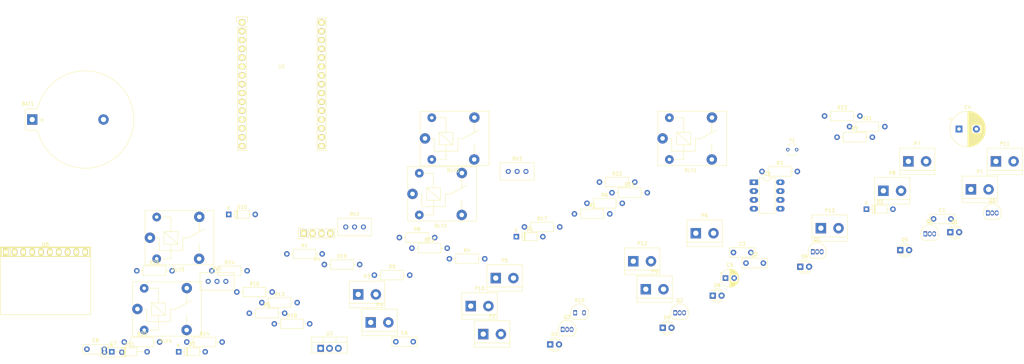
<source format=kicad_pcb>
(kicad_pcb (version 20171130) (host pcbnew 5.0.0-fee4fd1~66~ubuntu18.04.1)
  (layers (0 F.Cu signal) (31 B.Cu signal) (34 B.Paste user) (35 F.Paste user) (36 B.SilkS user) (37 F.SilkS user) (38 B.Mask user) (39 F.Mask user) (44 Edge.Cuts user))
  (net 0 "")
  (net 1 GND)
  (net 2 +3V3)
  (net 3 "Net-(C1-Pad1)")
  (net 4 "Net-(C2-Pad1)")
  (net 5 "Net-(C3-Pad1)")
  (net 6 +12V)
  (net 7 +5V)
  (net 8 "Net-(C7-Pad1)")
  (net 9 "Net-(C8-Pad1)")
  (net 10 "Net-(D1-Pad1)")
  (net 11 "Net-(D1-Pad2)")
  (net 12 "Net-(D2-Pad1)")
  (net 13 "Net-(D2-Pad2)")
  (net 14 "Net-(D5-Pad2)")
  (net 15 "Net-(D6-Pad2)")
  (net 16 "Net-(D6-Pad1)")
  (net 17 "Net-(D10-Pad2)")
  (net 18 "Net-(D8-Pad2)")
  (net 19 "Net-(D9-Pad2)")
  (net 20 "Net-(D11-Pad2)")
  (net 21 "Net-(P1-Pad1)")
  (net 22 "Net-(P1-Pad2)")
  (net 23 "Net-(P2-Pad2)")
  (net 24 "Net-(P3-Pad2)")
  (net 25 "Net-(P3-Pad1)")
  (net 26 "Net-(P4-Pad2)")
  (net 27 "Net-(P5-Pad2)")
  (net 28 "Net-(P5-Pad1)")
  (net 29 "Net-(P6-Pad2)")
  (net 30 "Net-(P7-Pad2)")
  (net 31 "Net-(P7-Pad1)")
  (net 32 "Net-(P8-Pad2)")
  (net 33 "Net-(P9-Pad1)")
  (net 34 "Net-(P10-Pad1)")
  (net 35 "Net-(P10-Pad2)")
  (net 36 "Net-(P11-Pad1)")
  (net 37 "Net-(P11-Pad2)")
  (net 38 "Net-(P12-Pad2)")
  (net 39 "Net-(P12-Pad1)")
  (net 40 "Net-(P13-Pad2)")
  (net 41 "Net-(P13-Pad1)")
  (net 42 VALV1)
  (net 43 RL1)
  (net 44 VALV2)
  (net 45 RL2)
  (net 46 VALV3)
  (net 47 SCL)
  (net 48 SDA)
  (net 49 LDR)
  (net 50 HUM1_IN)
  (net 51 HUM2_IN)
  (net 52 HUM3_IN)
  (net 53 DHT)
  (net 54 "Net-(U3-Pad1)")
  (net 55 "Net-(U3-Pad2)")
  (module Battery:BatteryHolder_Keystone_106_1x20mm (layer F.Cu) (at 142.24 -3.81)
    (fp_text reference BAT1 (at -1.25 -4.5) (layer F.SilkS))
    (fp_text value BAT)
    (fp_text user + (at 2.75 0) (layer F.SilkS) (effects (font (size 1.5 1.5))))
    (pad 2 thru_hole circle (at 20.49 0) (size 3 3) (drill 1.5) (layers *.Cu *.Mask) (net 1 GND))
    (pad 1 thru_hole rect (at 0 0) (size 3 3) (drill 1.5) (layers *.Cu *.Mask) (net 2 +3V3))
  )
  (module Capacitor_THT:C_Rect_L7.0mm_W2.5mm_P5.00mm (layer F.Cu) (at 401.379222 24.775001)
    (fp_text reference C1 (at 2.5 -2.5) (layer F.SilkS))
    (fp_text value 100n)
    (pad 1 thru_hole circle (at 0 0) (size 1.6 1.6) (drill 0.8) (layers *.Cu *.Mask) (net 3 "Net-(C1-Pad1)"))
    (pad 2 thru_hole circle (at 5 0) (size 1.6 1.6) (drill 0.8) (layers *.Cu *.Mask) (net 1 GND))
  )
  (module Capacitor_THT:C_Rect_L7.0mm_W2.5mm_P5.00mm (layer F.Cu) (at 347.452452 37.475001)
    (fp_text reference C2 (at 2.5 -2.5) (layer F.SilkS))
    (fp_text value 100n)
    (pad 1 thru_hole circle (at 0 0) (size 1.6 1.6) (drill 0.8) (layers *.Cu *.Mask) (net 4 "Net-(C2-Pad1)"))
    (pad 2 thru_hole circle (at 5 0) (size 1.6 1.6) (drill 0.8) (layers *.Cu *.Mask) (net 1 GND))
  )
  (module Capacitor_THT:C_Rect_L7.0mm_W2.5mm_P5.00mm (layer F.Cu) (at 343.857334 34.425001)
    (fp_text reference C3 (at 2.5 -2.5) (layer F.SilkS))
    (fp_text value 100n)
    (pad 2 thru_hole circle (at 5 0) (size 1.6 1.6) (drill 0.8) (layers *.Cu *.Mask) (net 1 GND))
    (pad 1 thru_hole circle (at 0 0) (size 1.6 1.6) (drill 0.8) (layers *.Cu *.Mask) (net 5 "Net-(C3-Pad1)"))
  )
  (module Capacitor_THT:CP_Radial_D10.0mm_P5.00mm (layer F.Cu) (at 408.701781 -1.074999)
    (fp_text reference C4 (at 2.5 -6.25) (layer F.SilkS))
    (fp_text value 100u)
    (pad 1 thru_hole rect (at 0 0) (size 2 2) (drill 1) (layers *.Cu *.Mask) (net 6 +12V))
    (pad 2 thru_hole circle (at 5 0) (size 2 2) (drill 1) (layers *.Cu *.Mask) (net 1 GND))
  )
  (module Capacitor_THT:CP_Radial_D5.0mm_P2.50mm (layer F.Cu) (at 341.557104 41.775001)
    (fp_text reference C5 (at 1.25 -3.75) (layer F.SilkS))
    (fp_text value 10u)
    (pad 1 thru_hole rect (at 0 0) (size 1.6 1.6) (drill 0.8) (layers *.Cu *.Mask) (net 7 +5V))
    (pad 2 thru_hole circle (at 2.5 0) (size 1.6 1.6) (drill 0.8) (layers *.Cu *.Mask) (net 1 GND))
  )
  (module Capacitor_THT:C_Rect_L7.0mm_W2.5mm_P5.00mm (layer F.Cu) (at 246.789148 60.075001)
    (fp_text reference C6 (at 2.5 -2.5) (layer F.SilkS))
    (fp_text value 100n)
    (pad 2 thru_hole circle (at 5 0) (size 1.6 1.6) (drill 0.8) (layers *.Cu *.Mask) (net 1 GND))
    (pad 1 thru_hole circle (at 0 0) (size 1.6 1.6) (drill 0.8) (layers *.Cu *.Mask) (net 7 +5V))
  )
  (module LED_THT:LED_D3.0mm_Clear (layer F.Cu) (at 406.19934 28.575001)
    (fp_text reference D1 (at 1.27 -2.96) (layer F.SilkS))
    (fp_text value 3mm)
    (pad 1 thru_hole rect (at 0 0) (size 1.8 1.8) (drill 0.9) (layers *.Cu *.Mask) (net 10 "Net-(D1-Pad1)"))
    (pad 2 thru_hole circle (at 2.54 0) (size 1.8 1.8) (drill 0.9) (layers *.Cu *.Mask) (net 11 "Net-(D1-Pad2)"))
  )
  (module LED_THT:LED_D3.0mm_Clear (layer F.Cu) (at 291.155564 60.855001)
    (fp_text reference D2 (at 1.27 -2.96) (layer F.SilkS))
    (fp_text value 3mm)
    (pad 1 thru_hole rect (at 0 0) (size 1.8 1.8) (drill 0.9) (layers *.Cu *.Mask) (net 12 "Net-(D2-Pad1)"))
    (pad 2 thru_hole circle (at 2.54 0) (size 1.8 1.8) (drill 0.9) (layers *.Cu *.Mask) (net 13 "Net-(D2-Pad2)"))
  )
  (module Diode_THT:D_DO-35_SOD27_P7.62mm_Horizontal (layer F.Cu) (at 382.093632 21.975001)
    (fp_text reference D3 (at 3.81 -2.12) (layer F.SilkS))
    (fp_text value 1N4001)
    (fp_text user K (at 0 -1.8) (layer F.SilkS))
    (pad 2 thru_hole oval (at 7.62 0) (size 1.6 1.6) (drill 0.8) (layers *.Cu *.Mask) (net 10 "Net-(D1-Pad1)"))
    (pad 1 thru_hole rect (at 0 0) (size 1.6 1.6) (drill 0.8) (layers *.Cu *.Mask) (net 6 +12V))
  )
  (module Diode_THT:D_DO-35_SOD27_P7.62mm_Horizontal (layer F.Cu) (at 281.430328 29.875001)
    (fp_text reference D4 (at 3.81 -2.12) (layer F.SilkS))
    (fp_text value 1N4001)
    (fp_text user K (at 0 -1.8) (layer F.SilkS))
    (pad 1 thru_hole rect (at 0 0) (size 1.6 1.6) (drill 0.8) (layers *.Cu *.Mask) (net 6 +12V))
    (pad 2 thru_hole oval (at 7.62 0) (size 1.6 1.6) (drill 0.8) (layers *.Cu *.Mask) (net 12 "Net-(D2-Pad1)"))
  )
  (module LED_THT:LED_D3.0mm (layer F.Cu) (at 391.818868 33.725001)
    (fp_text reference D5 (at 1.27 -2.96) (layer F.SilkS))
    (fp_text value PWR_LED)
    (pad 1 thru_hole rect (at 0 0) (size 1.8 1.8) (drill 0.9) (layers *.Cu *.Mask) (net 1 GND))
    (pad 2 thru_hole circle (at 2.54 0) (size 1.8 1.8) (drill 0.9) (layers *.Cu *.Mask) (net 14 "Net-(D5-Pad2)"))
  )
  (module LED_THT:LED_D3.0mm_Clear (layer F.Cu) (at 363.057924 38.515001)
    (fp_text reference D6 (at 1.27 -2.96) (layer F.SilkS))
    (fp_text value 3mm)
    (pad 2 thru_hole circle (at 2.54 0) (size 1.8 1.8) (drill 0.9) (layers *.Cu *.Mask) (net 15 "Net-(D6-Pad2)"))
    (pad 1 thru_hole rect (at 0 0) (size 1.8 1.8) (drill 0.9) (layers *.Cu *.Mask) (net 16 "Net-(D6-Pad1)"))
  )
  (module Diode_THT:D_DO-35_SOD27_P7.62mm_Horizontal (layer F.Cu) (at 184.362142 62.965001)
    (fp_text reference D7 (at 3.81 -2.12) (layer F.SilkS))
    (fp_text value 1N4001)
    (fp_text user K (at 0 -1.8) (layer F.SilkS))
    (pad 1 thru_hole rect (at 0 0) (size 1.6 1.6) (drill 0.8) (layers *.Cu *.Mask) (net 6 +12V))
    (pad 2 thru_hole oval (at 7.62 0) (size 1.6 1.6) (drill 0.8) (layers *.Cu *.Mask) (net 16 "Net-(D6-Pad1)"))
  )
  (module LED_THT:LED_D3.0mm_Clear (layer F.Cu) (at 337.892098 46.825001)
    (fp_text reference D8 (at 1.27 -2.96) (layer F.SilkS))
    (fp_text value 3mm)
    (pad 1 thru_hole rect (at 0 0) (size 1.8 1.8) (drill 0.9) (layers *.Cu *.Mask) (net 17 "Net-(D10-Pad2)"))
    (pad 2 thru_hole circle (at 2.54 0) (size 1.8 1.8) (drill 0.9) (layers *.Cu *.Mask) (net 18 "Net-(D8-Pad2)"))
  )
  (module LED_THT:LED_D3.0mm_Clear (layer F.Cu) (at 323.511626 56.065001)
    (fp_text reference D9 (at 1.27 -2.96) (layer F.SilkS))
    (fp_text value 3mm)
    (pad 2 thru_hole circle (at 2.54 0) (size 1.8 1.8) (drill 0.9) (layers *.Cu *.Mask) (net 19 "Net-(D9-Pad2)"))
    (pad 1 thru_hole rect (at 0 0) (size 1.8 1.8) (drill 0.9) (layers *.Cu *.Mask) (net 20 "Net-(D11-Pad2)"))
  )
  (module Diode_THT:D_DO-35_SOD27_P7.62mm_Horizontal (layer F.Cu) (at 198.742614 23.475001)
    (fp_text reference D10 (at 3.81 -2.12) (layer F.SilkS))
    (fp_text value 1N4001)
    (fp_text user K (at 0 -1.8) (layer F.SilkS))
    (pad 2 thru_hole oval (at 7.62 0) (size 1.6 1.6) (drill 0.8) (layers *.Cu *.Mask) (net 17 "Net-(D10-Pad2)"))
    (pad 1 thru_hole rect (at 0 0) (size 1.6 1.6) (drill 0.8) (layers *.Cu *.Mask) (net 6 +12V))
  )
  (module Diode_THT:D_DO-35_SOD27_P10.16mm_Horizontal (layer F.Cu) (at 165.116552 62.965001)
    (fp_text reference D11 (at 5.08 -2.12) (layer F.SilkS))
    (fp_text value 1N4001)
    (fp_text user K (at 0 -1.8) (layer F.SilkS))
    (pad 1 thru_hole rect (at 0 0) (size 1.6 1.6) (drill 0.8) (layers *.Cu *.Mask) (net 6 +12V))
    (pad 2 thru_hole oval (at 10.16 0) (size 1.6 1.6) (drill 0.8) (layers *.Cu *.Mask) (net 20 "Net-(D11-Pad2)"))
  )
  (module TerminalBlock:TerminalBlock_bornier-2_P5.08mm (layer F.Cu) (at 412.124576 16.275001)
    (fp_text reference P1 (at 2.54 -5.08) (layer F.SilkS))
    (fp_text value EXT_V1)
    (pad 1 thru_hole rect (at 0 0) (size 3 3) (drill 1.52) (layers *.Cu *.Mask) (net 21 "Net-(P1-Pad1)"))
    (pad 2 thru_hole circle (at 5.08 0) (size 3 3) (drill 1.52) (layers *.Cu *.Mask) (net 22 "Net-(P1-Pad2)"))
  )
  (module TerminalBlock:TerminalBlock_bornier-2_P5.08mm (layer F.Cu) (at 271.914974 57.875001)
    (fp_text reference P2 (at 2.54 -5.08) (layer F.SilkS))
    (fp_text value VALV_1)
    (pad 2 thru_hole circle (at 5.08 0) (size 3 3) (drill 1.52) (layers *.Cu *.Mask) (net 23 "Net-(P2-Pad2)"))
    (pad 1 thru_hole rect (at 0 0) (size 3 3) (drill 1.52) (layers *.Cu *.Mask) (net 22 "Net-(P1-Pad2)"))
  )
  (module TerminalBlock:TerminalBlock_bornier-2_P5.08mm (layer F.Cu) (at 235.963794 46.475001)
    (fp_text reference P3 (at 2.54 -5.08) (layer F.SilkS))
    (fp_text value EXT_RL1)
    (pad 2 thru_hole circle (at 5.08 0) (size 3 3) (drill 1.52) (layers *.Cu *.Mask) (net 24 "Net-(P3-Pad2)"))
    (pad 1 thru_hole rect (at 0 0) (size 3 3) (drill 1.52) (layers *.Cu *.Mask) (net 25 "Net-(P3-Pad1)"))
  )
  (module TerminalBlock:TerminalBlock_bornier-2_P5.08mm (layer F.Cu) (at 239.558912 54.525001)
    (fp_text reference P4 (at 2.54 -5.08) (layer F.SilkS))
    (fp_text value RL_1)
    (pad 1 thru_hole rect (at 0 0) (size 3 3) (drill 1.52) (layers *.Cu *.Mask) (net 24 "Net-(P3-Pad2)"))
    (pad 2 thru_hole circle (at 5.08 0) (size 3 3) (drill 1.52) (layers *.Cu *.Mask) (net 26 "Net-(P4-Pad2)"))
  )
  (module TerminalBlock:TerminalBlock_bornier-2_P5.08mm (layer F.Cu) (at 275.510092 41.775001)
    (fp_text reference P5 (at 2.54 -5.08) (layer F.SilkS))
    (fp_text value EXT_V2)
    (pad 2 thru_hole circle (at 5.08 0) (size 3 3) (drill 1.52) (layers *.Cu *.Mask) (net 27 "Net-(P5-Pad2)"))
    (pad 1 thru_hole rect (at 0 0) (size 3 3) (drill 1.52) (layers *.Cu *.Mask) (net 28 "Net-(P5-Pad1)"))
  )
  (module TerminalBlock:TerminalBlock_bornier-2_P5.08mm (layer F.Cu) (at 333.03198 28.875001)
    (fp_text reference P6 (at 2.54 -5.08) (layer F.SilkS))
    (fp_text value VALV_2)
    (pad 1 thru_hole rect (at 0 0) (size 3 3) (drill 1.52) (layers *.Cu *.Mask) (net 27 "Net-(P5-Pad2)"))
    (pad 2 thru_hole circle (at 5.08 0) (size 3 3) (drill 1.52) (layers *.Cu *.Mask) (net 29 "Net-(P6-Pad2)"))
  )
  (module TerminalBlock:TerminalBlock_bornier-2_P5.08mm (layer F.Cu) (at 394.148986 8.225001)
    (fp_text reference P7 (at 2.54 -5.08) (layer F.SilkS))
    (fp_text value EXT_RL2)
    (pad 2 thru_hole circle (at 5.08 0) (size 3 3) (drill 1.52) (layers *.Cu *.Mask) (net 30 "Net-(P7-Pad2)"))
    (pad 1 thru_hole rect (at 0 0) (size 3 3) (drill 1.52) (layers *.Cu *.Mask) (net 31 "Net-(P7-Pad1)"))
  )
  (module TerminalBlock:TerminalBlock_bornier-2_P5.08mm (layer F.Cu) (at 386.95875 16.675001)
    (fp_text reference P8 (at 2.54 -5.08) (layer F.SilkS))
    (fp_text value RL_2)
    (pad 1 thru_hole rect (at 0 0) (size 3 3) (drill 1.52) (layers *.Cu *.Mask) (net 30 "Net-(P7-Pad2)"))
    (pad 2 thru_hole circle (at 5.08 0) (size 3 3) (drill 1.52) (layers *.Cu *.Mask) (net 32 "Net-(P8-Pad2)"))
  )
  (module TerminalBlock:TerminalBlock_bornier-2_P5.08mm (layer F.Cu) (at 318.651508 44.975001)
    (fp_text reference P9 (at 2.54 -5.08) (layer F.SilkS))
    (fp_text value EXT_V3)
    (pad 1 thru_hole rect (at 0 0) (size 3 3) (drill 1.52) (layers *.Cu *.Mask) (net 33 "Net-(P9-Pad1)"))
    (pad 2 thru_hole circle (at 5.08 0) (size 3 3) (drill 1.52) (layers *.Cu *.Mask) (net 34 "Net-(P10-Pad1)"))
  )
  (module TerminalBlock:TerminalBlock_bornier-2_P5.08mm (layer F.Cu) (at 268.319856 49.825001)
    (fp_text reference P10 (at 2.54 -5.08) (layer F.SilkS))
    (fp_text value VALV_3)
    (pad 1 thru_hole rect (at 0 0) (size 3 3) (drill 1.52) (layers *.Cu *.Mask) (net 34 "Net-(P10-Pad1)"))
    (pad 2 thru_hole circle (at 5.08 0) (size 3 3) (drill 1.52) (layers *.Cu *.Mask) (net 35 "Net-(P10-Pad2)"))
  )
  (module TerminalBlock:TerminalBlock_bornier-2_P5.08mm (layer F.Cu) (at 419.314812 8.225001)
    (fp_text reference P11 (at 2.54 -5.08) (layer F.SilkS))
    (fp_text value HUM1_SENSOR)
    (pad 1 thru_hole rect (at 0 0) (size 3 3) (drill 1.52) (layers *.Cu *.Mask) (net 36 "Net-(P11-Pad1)"))
    (pad 2 thru_hole circle (at 5.08 0) (size 3 3) (drill 1.52) (layers *.Cu *.Mask) (net 37 "Net-(P11-Pad2)"))
  )
  (module TerminalBlock:TerminalBlock_bornier-2_P5.08mm (layer F.Cu) (at 315.05639 36.925001)
    (fp_text reference P12 (at 2.54 -5.08) (layer F.SilkS))
    (fp_text value HUM2_SENSOR)
    (pad 2 thru_hole circle (at 5.08 0) (size 3 3) (drill 1.52) (layers *.Cu *.Mask) (net 38 "Net-(P12-Pad2)"))
    (pad 1 thru_hole rect (at 0 0) (size 3 3) (drill 1.52) (layers *.Cu *.Mask) (net 39 "Net-(P12-Pad1)"))
  )
  (module TerminalBlock:TerminalBlock_bornier-2_P5.08mm (layer F.Cu) (at 368.98316 27.425001)
    (fp_text reference P13 (at 2.54 -5.08) (layer F.SilkS))
    (fp_text value HUM2_SENSOR)
    (pad 2 thru_hole circle (at 5.08 0) (size 3 3) (drill 1.52) (layers *.Cu *.Mask) (net 40 "Net-(P13-Pad2)"))
    (pad 1 thru_hole rect (at 0 0) (size 3 3) (drill 1.52) (layers *.Cu *.Mask) (net 41 "Net-(P13-Pad1)"))
  )
  (module Package_TO_SOT_THT:TO-92_Inline (layer F.Cu) (at 366.658042 34.205001)
    (fp_text reference Q1 (at 1.27 -3.56) (layer F.SilkS))
    (fp_text value BC546)
    (pad 1 thru_hole rect (at 0 0) (size 1.05 1.5) (drill 0.75) (layers *.Cu *.Mask) (net 10 "Net-(D1-Pad1)"))
    (pad 3 thru_hole oval (at 2.54 0) (size 1.05 1.5) (drill 0.75) (layers *.Cu *.Mask) (net 1 GND))
    (pad 2 thru_hole oval (at 1.27 0) (size 1.05 1.5) (drill 0.75) (layers *.Cu *.Mask) (net 3 "Net-(C1-Pad1)"))
  )
  (module Package_TO_SOT_THT:TO-92_Inline (layer F.Cu) (at 327.111744 51.755001)
    (fp_text reference Q2 (at 1.27 -3.56) (layer F.SilkS))
    (fp_text value BC546)
    (pad 2 thru_hole oval (at 1.27 0) (size 1.05 1.5) (drill 0.75) (layers *.Cu *.Mask) (net 4 "Net-(C2-Pad1)"))
    (pad 3 thru_hole oval (at 2.54 0) (size 1.05 1.5) (drill 0.75) (layers *.Cu *.Mask) (net 1 GND))
    (pad 1 thru_hole rect (at 0 0) (size 1.05 1.5) (drill 0.75) (layers *.Cu *.Mask) (net 12 "Net-(D2-Pad1)"))
  )
  (module Package_TO_SOT_THT:TO-92_Inline (layer F.Cu) (at 294.755682 56.545001)
    (fp_text reference Q3 (at 1.27 -3.56) (layer F.SilkS))
    (fp_text value BC546)
    (pad 2 thru_hole oval (at 1.27 0) (size 1.05 1.5) (drill 0.75) (layers *.Cu *.Mask) (net 5 "Net-(C3-Pad1)"))
    (pad 3 thru_hole oval (at 2.54 0) (size 1.05 1.5) (drill 0.75) (layers *.Cu *.Mask) (net 1 GND))
    (pad 1 thru_hole rect (at 0 0) (size 1.05 1.5) (drill 0.75) (layers *.Cu *.Mask) (net 16 "Net-(D6-Pad1)"))
  )
  (module Package_TO_SOT_THT:TO-92_Inline (layer F.Cu) (at 399.014104 29.055001)
    (fp_text reference Q4 (at 1.27 -3.56) (layer F.SilkS))
    (fp_text value BC546)
    (pad 1 thru_hole rect (at 0 0) (size 1.05 1.5) (drill 0.75) (layers *.Cu *.Mask) (net 17 "Net-(D10-Pad2)"))
    (pad 3 thru_hole oval (at 2.54 0) (size 1.05 1.5) (drill 0.75) (layers *.Cu *.Mask) (net 1 GND))
    (pad 2 thru_hole oval (at 1.27 0) (size 1.05 1.5) (drill 0.75) (layers *.Cu *.Mask) (net 8 "Net-(C7-Pad1)"))
  )
  (module Package_TO_SOT_THT:TO-92_Inline (layer F.Cu) (at 416.989694 23.055001)
    (fp_text reference Q5 (at 1.27 -3.56) (layer F.SilkS))
    (fp_text value BC546)
    (pad 2 thru_hole oval (at 1.27 0) (size 1.05 1.5) (drill 0.75) (layers *.Cu *.Mask) (net 9 "Net-(C8-Pad1)"))
    (pad 3 thru_hole oval (at 2.54 0) (size 1.05 1.5) (drill 0.75) (layers *.Cu *.Mask) (net 1 GND))
    (pad 1 thru_hole rect (at 0 0) (size 1.05 1.5) (drill 0.75) (layers *.Cu *.Mask) (net 20 "Net-(D11-Pad2)"))
  )
  (module Resistor_THT:R_Axial_DIN0207_L6.3mm_D2.5mm_P10.16mm_Horizontal (layer F.Cu) (at 215.448204 34.825001)
    (fp_text reference R1 (at 5.08 -2.37) (layer F.SilkS))
    (fp_text value 1k)
    (pad 2 thru_hole oval (at 10.16 0) (size 1.6 1.6) (drill 0.8) (layers *.Cu *.Mask) (net 42 VALV1))
    (pad 1 thru_hole circle (at 0 0) (size 1.6 1.6) (drill 0.8) (layers *.Cu *.Mask) (net 3 "Net-(C1-Pad1)"))
  )
  (module Resistor_THT:R_Axial_DIN0207_L6.3mm_D2.5mm_P10.16mm_Horizontal (layer F.Cu) (at 298.135918 23.325001)
    (fp_text reference R2 (at 5.08 -2.37) (layer F.SilkS))
    (fp_text value 1k)
    (pad 1 thru_hole circle (at 0 0) (size 1.6 1.6) (drill 0.8) (layers *.Cu *.Mask) (net 4 "Net-(C2-Pad1)"))
    (pad 2 thru_hole oval (at 10.16 0) (size 1.6 1.6) (drill 0.8) (layers *.Cu *.Mask) (net 43 RL1))
  )
  (module Resistor_THT:R_Axial_DIN0207_L6.3mm_D2.5mm_P10.16mm_Horizontal (layer F.Cu) (at 352.062688 11.125001)
    (fp_text reference R3 (at 5.08 -2.37) (layer F.SilkS))
    (fp_text value 2k7)
    (pad 1 thru_hole circle (at 0 0) (size 1.6 1.6) (drill 0.8) (layers *.Cu *.Mask) (net 6 +12V))
    (pad 2 thru_hole oval (at 10.16 0) (size 1.6 1.6) (drill 0.8) (layers *.Cu *.Mask) (net 11 "Net-(D1-Pad2)"))
  )
  (module Resistor_THT:R_Axial_DIN0207_L6.3mm_D2.5mm_P10.16mm_Horizontal (layer F.Cu) (at 262.184738 36.225001)
    (fp_text reference R4 (at 5.08 -2.37) (layer F.SilkS))
    (fp_text value 2k7)
    (pad 1 thru_hole circle (at 0 0) (size 1.6 1.6) (drill 0.8) (layers *.Cu *.Mask) (net 6 +12V))
    (pad 2 thru_hole oval (at 10.16 0) (size 1.6 1.6) (drill 0.8) (layers *.Cu *.Mask) (net 13 "Net-(D2-Pad2)"))
  )
  (module Resistor_THT:R_Axial_DIN0207_L6.3mm_D2.5mm_P10.16mm_Horizontal (layer F.Cu) (at 204.66285 51.875001)
    (fp_text reference R5 (at 5.08 -2.37) (layer F.SilkS))
    (fp_text value 1k)
    (pad 2 thru_hole oval (at 10.16 0) (size 1.6 1.6) (drill 0.8) (layers *.Cu *.Mask) (net 44 VALV2))
    (pad 1 thru_hole circle (at 0 0) (size 1.6 1.6) (drill 0.8) (layers *.Cu *.Mask) (net 5 "Net-(C3-Pad1)"))
  )
  (module Resistor_THT:R_Axial_DIN0207_L6.3mm_D2.5mm_P10.16mm_Horizontal (layer F.Cu) (at 301.731036 20.275001)
    (fp_text reference R6 (at 5.08 -2.37) (layer F.SilkS))
    (fp_text value 1k)
    (pad 1 thru_hole circle (at 0 0) (size 1.6 1.6) (drill 0.8) (layers *.Cu *.Mask) (net 6 +12V))
    (pad 2 thru_hole oval (at 10.16 0) (size 1.6 1.6) (drill 0.8) (layers *.Cu *.Mask) (net 14 "Net-(D5-Pad2)"))
  )
  (module Resistor_THT:R_Axial_DIN0207_L6.3mm_D2.5mm_P10.16mm_Horizontal (layer F.Cu) (at 373.633396 1.275001)
    (fp_text reference R7 (at 5.08 -2.37) (layer F.SilkS))
    (fp_text value 2k7)
    (pad 2 thru_hole oval (at 10.16 0) (size 1.6 1.6) (drill 0.8) (layers *.Cu *.Mask) (net 15 "Net-(D6-Pad2)"))
    (pad 1 thru_hole circle (at 0 0) (size 1.6 1.6) (drill 0.8) (layers *.Cu *.Mask) (net 6 +12V))
  )
  (module Resistor_THT:R_Axial_DIN0207_L6.3mm_D2.5mm_P10.16mm_Horizontal (layer F.Cu) (at 247.804266 30.125001)
    (fp_text reference R8 (at 5.08 -2.37) (layer F.SilkS))
    (fp_text value 1k)
    (pad 1 thru_hole circle (at 0 0) (size 1.6 1.6) (drill 0.8) (layers *.Cu *.Mask) (net 8 "Net-(C7-Pad1)"))
    (pad 2 thru_hole oval (at 10.16 0) (size 1.6 1.6) (drill 0.8) (layers *.Cu *.Mask) (net 45 RL2))
  )
  (module Resistor_THT:R_Axial_DIN0207_L6.3mm_D2.5mm_P10.16mm_Horizontal (layer F.Cu) (at 240.61403 40.925001)
    (fp_text reference R9 (at 5.08 -2.37) (layer F.SilkS))
    (fp_text value 1k)
    (pad 2 thru_hole oval (at 10.16 0) (size 1.6 1.6) (drill 0.8) (layers *.Cu *.Mask) (net 46 VALV3))
    (pad 1 thru_hole circle (at 0 0) (size 1.6 1.6) (drill 0.8) (layers *.Cu *.Mask) (net 9 "Net-(C8-Pad1)"))
  )
  (module Resistor_THT:R_Axial_DIN0207_L6.3mm_D2.5mm_P10.16mm_Horizontal (layer F.Cu) (at 226.233558 37.875001)
    (fp_text reference R10 (at 5.08 -2.37) (layer F.SilkS))
    (fp_text value 2k7)
    (pad 2 thru_hole oval (at 10.16 0) (size 1.6 1.6) (drill 0.8) (layers *.Cu *.Mask) (net 18 "Net-(D8-Pad2)"))
    (pad 1 thru_hole circle (at 0 0) (size 1.6 1.6) (drill 0.8) (layers *.Cu *.Mask) (net 6 +12V))
  )
  (module Resistor_THT:R_Axial_DIN0207_L6.3mm_D2.5mm_P10.16mm_Horizontal (layer F.Cu) (at 308.921272 17.225001)
    (fp_text reference R11 (at 5.08 -2.37) (layer F.SilkS))
    (fp_text value 2k7)
    (pad 1 thru_hole circle (at 0 0) (size 1.6 1.6) (drill 0.8) (layers *.Cu *.Mask) (net 6 +12V))
    (pad 2 thru_hole oval (at 10.16 0) (size 1.6 1.6) (drill 0.8) (layers *.Cu *.Mask) (net 19 "Net-(D9-Pad2)"))
  )
  (module Resistor_THT:R_Axial_DIN0207_L6.3mm_D2.5mm_P10.16mm_Horizontal (layer F.Cu) (at 251.399384 33.175001)
    (fp_text reference R12 (at 5.08 -2.37) (layer F.SilkS))
    (fp_text value 1k)
    (pad 2 thru_hole oval (at 10.16 0) (size 1.6 1.6) (drill 0.8) (layers *.Cu *.Mask) (net 47 SCL))
    (pad 1 thru_hole circle (at 0 0) (size 1.6 1.6) (drill 0.8) (layers *.Cu *.Mask) (net 2 +3V3))
  )
  (module Resistor_THT:R_Axial_DIN0207_L6.3mm_D2.5mm_P10.16mm_Horizontal (layer F.Cu) (at 208.257968 48.825001)
    (fp_text reference R13 (at 5.08 -2.37) (layer F.SilkS))
    (fp_text value 1k)
    (pad 1 thru_hole circle (at 0 0) (size 1.6 1.6) (drill 0.8) (layers *.Cu *.Mask) (net 2 +3V3))
    (pad 2 thru_hole oval (at 10.16 0) (size 1.6 1.6) (drill 0.8) (layers *.Cu *.Mask) (net 48 SDA))
  )
  (module Resistor_THT:R_Axial_DIN0207_L6.3mm_D2.5mm_P10.16mm_Horizontal (layer F.Cu) (at 186.68726 60.165001)
    (fp_text reference R14 (at 5.08 -2.37) (layer F.SilkS))
    (fp_text value 20k)
    (pad 2 thru_hole oval (at 10.16 0) (size 1.6 1.6) (drill 0.8) (layers *.Cu *.Mask) (net 49 LDR))
    (pad 1 thru_hole circle (at 0 0) (size 1.6 1.6) (drill 0.8) (layers *.Cu *.Mask) (net 2 +3V3))
  )
  (module Package_TO_SOT_THT:TO-92-2 (layer F.Cu) (at 298.3508 51.755001)
    (fp_text reference R15 (at 1.27 -3.56) (layer F.SilkS))
    (fp_text value LDR)
    (pad 2 thru_hole oval (at 2.54 0) (size 1.05 1.5) (drill 0.75) (layers *.Cu *.Mask) (net 1 GND))
    (pad 1 thru_hole rect (at 0 0) (size 1.05 1.5) (drill 0.75) (layers *.Cu *.Mask) (net 49 LDR))
  )
  (module Resistor_THT:R_Axial_DIN0207_L6.3mm_D2.5mm_P10.16mm_Horizontal (layer F.Cu) (at 201.067732 45.775001)
    (fp_text reference R16 (at 5.08 -2.37) (layer F.SilkS))
    (fp_text value 100k)
    (pad 2 thru_hole oval (at 10.16 0) (size 1.6 1.6) (drill 0.8) (layers *.Cu *.Mask) (net 50 HUM1_IN))
    (pad 1 thru_hole circle (at 0 0) (size 1.6 1.6) (drill 0.8) (layers *.Cu *.Mask) (net 1 GND))
  )
  (module Resistor_THT:R_Axial_DIN0207_L6.3mm_D2.5mm_P10.16mm_Horizontal (layer F.Cu) (at 283.755446 27.075001)
    (fp_text reference R17 (at 5.08 -2.37) (layer F.SilkS))
    (fp_text value 1k)
    (pad 1 thru_hole circle (at 0 0) (size 1.6 1.6) (drill 0.8) (layers *.Cu *.Mask) (net 37 "Net-(P11-Pad2)"))
    (pad 2 thru_hole oval (at 10.16 0) (size 1.6 1.6) (drill 0.8) (layers *.Cu *.Mask) (net 50 HUM1_IN))
  )
  (module Resistor_THT:R_Axial_DIN0207_L6.3mm_D2.5mm_P10.16mm_Horizontal (layer F.Cu) (at 211.853086 54.925001)
    (fp_text reference R18 (at 5.08 -2.37) (layer F.SilkS))
    (fp_text value 1k)
    (pad 1 thru_hole circle (at 0 0) (size 1.6 1.6) (drill 0.8) (layers *.Cu *.Mask) (net 36 "Net-(P11-Pad1)"))
    (pad 2 thru_hole oval (at 10.16 0) (size 1.6 1.6) (drill 0.8) (layers *.Cu *.Mask) (net 2 +3V3))
  )
  (module Resistor_THT:R_Axial_DIN0207_L6.3mm_D2.5mm_P10.16mm_Horizontal (layer F.Cu) (at 168.71167 60.165001)
    (fp_text reference R20 (at 5.08 -2.37) (layer F.SilkS))
    (fp_text value 100k)
    (pad 2 thru_hole oval (at 10.16 0) (size 1.6 1.6) (drill 0.8) (layers *.Cu *.Mask) (net 51 HUM2_IN))
    (pad 1 thru_hole circle (at 0 0) (size 1.6 1.6) (drill 0.8) (layers *.Cu *.Mask) (net 1 GND))
  )
  (module Resistor_THT:R_Axial_DIN0207_L6.3mm_D2.5mm_P10.16mm_Horizontal (layer F.Cu) (at 377.228514 -1.774999)
    (fp_text reference R21 (at 5.08 -2.37) (layer F.SilkS))
    (fp_text value 100k)
    (pad 1 thru_hole circle (at 0 0) (size 1.6 1.6) (drill 0.8) (layers *.Cu *.Mask) (net 1 GND))
    (pad 2 thru_hole oval (at 10.16 0) (size 1.6 1.6) (drill 0.8) (layers *.Cu *.Mask) (net 52 HUM3_IN))
  )
  (module Resistor_THT:R_Axial_DIN0207_L6.3mm_D2.5mm_P10.16mm_Horizontal (layer F.Cu) (at 305.326154 14.175001)
    (fp_text reference R22 (at 5.08 -2.37) (layer F.SilkS))
    (fp_text value 1k)
    (pad 1 thru_hole circle (at 0 0) (size 1.6 1.6) (drill 0.8) (layers *.Cu *.Mask) (net 38 "Net-(P12-Pad2)"))
    (pad 2 thru_hole oval (at 10.16 0) (size 1.6 1.6) (drill 0.8) (layers *.Cu *.Mask) (net 51 HUM2_IN))
  )
  (module Resistor_THT:R_Axial_DIN0207_L6.3mm_D2.5mm_P10.16mm_Horizontal (layer F.Cu) (at 370.038278 -4.824999)
    (fp_text reference R23 (at 5.08 -2.37) (layer F.SilkS))
    (fp_text value 1k)
    (pad 2 thru_hole oval (at 10.16 0) (size 1.6 1.6) (drill 0.8) (layers *.Cu *.Mask) (net 52 HUM3_IN))
    (pad 1 thru_hole circle (at 0 0) (size 1.6 1.6) (drill 0.8) (layers *.Cu *.Mask) (net 40 "Net-(P13-Pad2)"))
  )
  (module Resistor_THT:R_Axial_DIN0207_L6.3mm_D2.5mm_P10.16mm_Horizontal (layer F.Cu) (at 193.877496 39.675001)
    (fp_text reference R24 (at 5.08 -2.37) (layer F.SilkS))
    (fp_text value 1k)
    (pad 1 thru_hole circle (at 0 0) (size 1.6 1.6) (drill 0.8) (layers *.Cu *.Mask) (net 39 "Net-(P12-Pad1)"))
    (pad 2 thru_hole oval (at 10.16 0) (size 1.6 1.6) (drill 0.8) (layers *.Cu *.Mask) (net 2 +3V3))
  )
  (module Resistor_THT:R_Axial_DIN0207_L6.3mm_D2.5mm_P10.16mm_Horizontal (layer F.Cu) (at 172.306788 39.675001)
    (fp_text reference R26 (at 5.08 -2.37) (layer F.SilkS))
    (fp_text value 1k)
    (pad 2 thru_hole oval (at 10.16 0) (size 1.6 1.6) (drill 0.8) (layers *.Cu *.Mask) (net 2 +3V3))
    (pad 1 thru_hole circle (at 0 0) (size 1.6 1.6) (drill 0.8) (layers *.Cu *.Mask) (net 41 "Net-(P13-Pad1)"))
  )
  (module Relay_THT:Relay_SPDT_SANYOU_SRD_Series_Form_C (layer F.Cu) (at 323.476862 1.625001)
    (fp_text reference RLY1 (at 8.1 9.2) (layer F.SilkS))
    (fp_text value RELAY_HJR-3FF_Z)
    (pad 1 thru_hole circle (at 0 0 90) (size 3 3) (drill 1.3) (layers *.Cu *.Mask) (net 23 "Net-(P2-Pad2)"))
    (pad 5 thru_hole circle (at 1.95 -5.95 90) (size 2.5 2.5) (drill 1) (layers *.Cu *.Mask) (net 6 +12V))
    (pad 4 thru_hole circle (at 14.2 -6 90) (size 3 3) (drill 1.3) (layers *.Cu *.Mask) (net 21 "Net-(P1-Pad1)"))
    (pad 3 thru_hole circle (at 14.15 6.05 90) (size 3 3) (drill 1.3) (layers *.Cu *.Mask))
    (pad 2 thru_hole circle (at 1.95 6.05 90) (size 2.5 2.5) (drill 1) (layers *.Cu *.Mask) (net 10 "Net-(D1-Pad1)"))
  )
  (module Relay_THT:Relay_SPDT_SANYOU_SRD_Series_Form_C (layer F.Cu) (at 251.574502 17.575001)
    (fp_text reference RLY2 (at 8.1 9.2) (layer F.SilkS))
    (fp_text value RELAY_HJR-3FF_Z)
    (pad 2 thru_hole circle (at 1.95 6.05 90) (size 2.5 2.5) (drill 1) (layers *.Cu *.Mask) (net 12 "Net-(D2-Pad1)"))
    (pad 3 thru_hole circle (at 14.15 6.05 90) (size 3 3) (drill 1.3) (layers *.Cu *.Mask))
    (pad 4 thru_hole circle (at 14.2 -6 90) (size 3 3) (drill 1.3) (layers *.Cu *.Mask) (net 25 "Net-(P3-Pad1)"))
    (pad 5 thru_hole circle (at 1.95 -5.95 90) (size 2.5 2.5) (drill 1) (layers *.Cu *.Mask) (net 6 +12V))
    (pad 1 thru_hole circle (at 0 0 90) (size 3 3) (drill 1.3) (layers *.Cu *.Mask) (net 26 "Net-(P4-Pad2)"))
  )
  (module Relay_THT:Relay_SPDT_SANYOU_SRD_Series_Form_C (layer F.Cu) (at 176.077024 30.175001)
    (fp_text reference RLY3 (at 8.1 9.2) (layer F.SilkS))
    (fp_text value RELAY_HJR-3FF_Z)
    (pad 2 thru_hole circle (at 1.95 6.05 90) (size 2.5 2.5) (drill 1) (layers *.Cu *.Mask) (net 16 "Net-(D6-Pad1)"))
    (pad 3 thru_hole circle (at 14.15 6.05 90) (size 3 3) (drill 1.3) (layers *.Cu *.Mask))
    (pad 4 thru_hole circle (at 14.2 -6 90) (size 3 3) (drill 1.3) (layers *.Cu *.Mask) (net 28 "Net-(P5-Pad1)"))
    (pad 5 thru_hole circle (at 1.95 -5.95 90) (size 2.5 2.5) (drill 1) (layers *.Cu *.Mask) (net 6 +12V))
    (pad 1 thru_hole circle (at 0 0 90) (size 3 3) (drill 1.3) (layers *.Cu *.Mask) (net 29 "Net-(P6-Pad2)"))
  )
  (module Relay_THT:Relay_SPDT_SANYOU_SRD_Series_Form_C (layer F.Cu) (at 172.481906 50.665001)
    (fp_text reference RLY4 (at 8.1 9.2) (layer F.SilkS))
    (fp_text value RELAY_HJR-3FF_Z)
    (pad 2 thru_hole circle (at 1.95 6.05 90) (size 2.5 2.5) (drill 1) (layers *.Cu *.Mask) (net 17 "Net-(D10-Pad2)"))
    (pad 3 thru_hole circle (at 14.15 6.05 90) (size 3 3) (drill 1.3) (layers *.Cu *.Mask))
    (pad 4 thru_hole circle (at 14.2 -6 90) (size 3 3) (drill 1.3) (layers *.Cu *.Mask) (net 31 "Net-(P7-Pad1)"))
    (pad 5 thru_hole circle (at 1.95 -5.95 90) (size 2.5 2.5) (drill 1) (layers *.Cu *.Mask) (net 6 +12V))
    (pad 1 thru_hole circle (at 0 0 90) (size 3 3) (drill 1.3) (layers *.Cu *.Mask) (net 32 "Net-(P8-Pad2)"))
  )
  (module Relay_THT:Relay_SPDT_SANYOU_SRD_Series_Form_C (layer F.Cu) (at 255.16962 1.625001)
    (fp_text reference RLY5 (at 8.1 9.2) (layer F.SilkS))
    (fp_text value RELAY_HJR-3FF_Z)
    (pad 1 thru_hole circle (at 0 0 90) (size 3 3) (drill 1.3) (layers *.Cu *.Mask) (net 35 "Net-(P10-Pad2)"))
    (pad 5 thru_hole circle (at 1.95 -5.95 90) (size 2.5 2.5) (drill 1) (layers *.Cu *.Mask) (net 6 +12V))
    (pad 4 thru_hole circle (at 14.2 -6 90) (size 3 3) (drill 1.3) (layers *.Cu *.Mask) (net 33 "Net-(P9-Pad1)"))
    (pad 3 thru_hole circle (at 14.15 6.05 90) (size 3 3) (drill 1.3) (layers *.Cu *.Mask))
    (pad 2 thru_hole circle (at 1.95 6.05 90) (size 2.5 2.5) (drill 1) (layers *.Cu *.Mask) (net 20 "Net-(D11-Pad2)"))
  )
  (module nodemcu:NodeMCU_Amica_R2 (layer F.Cu) (at 202.565 -31.75)
    (fp_text reference U1 (at 11.43 12.68) (layer F.SilkS))
    (fp_text value NodeMCU_Amica_R2)
    (pad 1 thru_hole oval (at 0 0) (size 2.032 1.7272) (drill 1.016) (layers *.Cu *.Mask F.SilkS))
    (pad 2 thru_hole oval (at 0 2.54) (size 2.032 1.7272) (drill 1.016) (layers *.Cu *.Mask F.SilkS))
    (pad 3 thru_hole oval (at 0 5.08) (size 2.032 1.7272) (drill 1.016) (layers *.Cu *.Mask F.SilkS))
    (pad 4 thru_hole oval (at 0 7.62) (size 2.032 1.7272) (drill 1.016) (layers *.Cu *.Mask F.SilkS) (net 47 SCL))
    (pad 5 thru_hole oval (at 0 10.16) (size 2.032 1.7272) (drill 1.016) (layers *.Cu *.Mask F.SilkS) (net 48 SDA))
    (pad 6 thru_hole oval (at 0 12.7) (size 2.032 1.7272) (drill 1.016) (layers *.Cu *.Mask F.SilkS))
    (pad 7 thru_hole oval (at 0 15.24) (size 2.032 1.7272) (drill 1.016) (layers *.Cu *.Mask F.SilkS))
    (pad 8 thru_hole oval (at 0 17.78) (size 2.032 1.7272) (drill 1.016) (layers *.Cu *.Mask F.SilkS))
    (pad 9 thru_hole oval (at 0 20.32) (size 2.032 1.7272) (drill 1.016) (layers *.Cu *.Mask F.SilkS))
    (pad 10 thru_hole oval (at 0 22.86) (size 2.032 1.7272) (drill 1.016) (layers *.Cu *.Mask F.SilkS))
    (pad 11 thru_hole oval (at 0 25.4) (size 2.032 1.7272) (drill 1.016) (layers *.Cu *.Mask F.SilkS) (net 2 +3V3))
    (pad 12 thru_hole oval (at 0 27.94) (size 2.032 1.7272) (drill 1.016) (layers *.Cu *.Mask F.SilkS))
    (pad 13 thru_hole oval (at 0 30.48) (size 2.032 1.7272) (drill 1.016) (layers *.Cu *.Mask F.SilkS))
    (pad 14 thru_hole oval (at 0 33.02) (size 2.032 1.7272) (drill 1.016) (layers *.Cu *.Mask F.SilkS) (net 1 GND))
    (pad 15 thru_hole oval (at 0 35.56) (size 2.032 1.7272) (drill 1.016) (layers *.Cu *.Mask F.SilkS) (net 7 +5V))
    (pad 30 thru_hole oval (at 22.86 0) (size 2.032 1.7272) (drill 1.016) (layers *.Cu *.Mask F.SilkS) (net 43 RL1))
    (pad 18 thru_hole oval (at 22.86 30.48) (size 2.032 1.7272) (drill 1.016) (layers *.Cu *.Mask F.SilkS))
    (pad 17 thru_hole oval (at 22.86 33.02) (size 2.032 1.7272) (drill 1.016) (layers *.Cu *.Mask F.SilkS) (net 1 GND))
    (pad 19 thru_hole oval (at 22.86 27.94) (size 2.032 1.7272) (drill 1.016) (layers *.Cu *.Mask F.SilkS))
    (pad 25 thru_hole oval (at 22.86 12.7) (size 2.032 1.7272) (drill 1.016) (layers *.Cu *.Mask F.SilkS) (net 2 +3V3))
    (pad 26 thru_hole oval (at 22.86 10.16) (size 2.032 1.7272) (drill 1.016) (layers *.Cu *.Mask F.SilkS) (net 42 VALV1))
    (pad 24 thru_hole oval (at 22.86 15.24) (size 2.032 1.7272) (drill 1.016) (layers *.Cu *.Mask F.SilkS) (net 1 GND))
    (pad 16 thru_hole oval (at 22.86 35.56) (size 2.032 1.7272) (drill 1.016) (layers *.Cu *.Mask F.SilkS) (net 2 +3V3))
    (pad 22 thru_hole oval (at 22.86 20.32) (size 2.032 1.7272) (drill 1.016) (layers *.Cu *.Mask F.SilkS) (net 51 HUM2_IN))
    (pad 23 thru_hole oval (at 22.86 17.78) (size 2.032 1.7272) (drill 1.016) (layers *.Cu *.Mask F.SilkS) (net 50 HUM1_IN))
    (pad 21 thru_hole oval (at 22.86 22.86) (size 2.032 1.7272) (drill 1.016) (layers *.Cu *.Mask F.SilkS) (net 52 HUM3_IN))
    (pad 20 thru_hole oval (at 22.86 25.4) (size 2.032 1.7272) (drill 1.016) (layers *.Cu *.Mask F.SilkS) (net 53 DHT))
    (pad 28 thru_hole oval (at 22.86 5.08) (size 2.032 1.7272) (drill 1.016) (layers *.Cu *.Mask F.SilkS) (net 46 VALV3))
    (pad 27 thru_hole oval (at 22.86 7.62) (size 2.032 1.7272) (drill 1.016) (layers *.Cu *.Mask F.SilkS) (net 44 VALV2))
    (pad 29 thru_hole oval (at 22.86 2.54) (size 2.032 1.7272) (drill 1.016) (layers *.Cu *.Mask F.SilkS) (net 45 RL2))
  )
  (module Package_TO_SOT_THT:TO-220-3_Vertical (layer F.Cu) (at 225.17844 61.975001)
    (fp_text reference U2 (at 2.54 -4.27) (layer F.SilkS))
    (fp_text value LM7805CT)
    (pad 1 thru_hole rect (at 0 0) (size 1.905 2) (drill 1.1) (layers *.Cu *.Mask) (net 6 +12V))
    (pad 2 thru_hole oval (at 2.54 0) (size 1.905 2) (drill 1.1) (layers *.Cu *.Mask) (net 1 GND))
    (pad 3 thru_hole oval (at 5.08 0) (size 1.905 2) (drill 1.1) (layers *.Cu *.Mask) (net 7 +5V))
  )
  (module Package_DIP:DIP-8_W7.62mm_LongPads (layer F.Cu) (at 349.72257 14.225001)
    (fp_text reference U3 (at 3.81 -2.33) (layer F.SilkS))
    (fp_text value DS1307+)
    (pad 1 thru_hole rect (at 0 0) (size 2.4 1.6) (drill 0.8) (layers *.Cu *.Mask) (net 54 "Net-(U3-Pad1)"))
    (pad 5 thru_hole oval (at 7.62 7.62) (size 2.4 1.6) (drill 0.8) (layers *.Cu *.Mask) (net 48 SDA))
    (pad 2 thru_hole oval (at 0 2.54) (size 2.4 1.6) (drill 0.8) (layers *.Cu *.Mask) (net 55 "Net-(U3-Pad2)"))
    (pad 6 thru_hole oval (at 7.62 5.08) (size 2.4 1.6) (drill 0.8) (layers *.Cu *.Mask) (net 47 SCL))
    (pad 3 thru_hole oval (at 0 5.08) (size 2.4 1.6) (drill 0.8) (layers *.Cu *.Mask) (net 2 +3V3))
    (pad 7 thru_hole oval (at 7.62 2.54) (size 2.4 1.6) (drill 0.8) (layers *.Cu *.Mask))
    (pad 4 thru_hole oval (at 0 7.62) (size 2.4 1.6) (drill 0.8) (layers *.Cu *.Mask) (net 1 GND))
    (pad 8 thru_hole oval (at 7.62 0) (size 2.4 1.6) (drill 0.8) (layers *.Cu *.Mask) (net 2 +3V3))
  )
  (module Sensors:DHT22_Temperature_Humidity (layer F.Cu) (at 224.123322 28.925001)
    (fp_text reference U4 (at 0 7.35) (layer F.SilkS))
    (fp_text value DHT22)
    (pad 1 thru_hole rect (at -3.81 0 90) (size 2.032 1.7272) (drill 1.016) (layers *.Cu *.Mask F.SilkS) (net 2 +3V3))
    (pad 2 thru_hole oval (at -1.27 0 90) (size 2.032 1.7272) (drill 1.016) (layers *.Cu *.Mask F.SilkS) (net 53 DHT))
    (pad 3 thru_hole oval (at 1.27 0 90) (size 2.032 1.7272) (drill 1.016) (layers *.Cu *.Mask F.SilkS))
    (pad 4 thru_hole oval (at 3.81 0 90) (size 2.032 1.7272) (drill 1.016) (layers *.Cu *.Mask F.SilkS) (net 1 GND))
  )
  (module ADS1115:ADS1115 (layer F.Cu) (at 146.05 34.29)
    (fp_text reference U5 (at 0 -2.159) (layer F.SilkS) (effects (font (size 1.016 1.016) (thickness 0.2032))))
    (fp_text value ADS1115 hide)
    (pad 10 thru_hole oval (at 11.43 0) (size 1.524 2.19964) (drill 1.00076) (layers *.Mask B.Cu F.SilkS) (net 49 LDR))
    (pad 9 thru_hole oval (at 8.89 0) (size 1.524 2.19964) (drill 1.00076) (layers *.Mask B.Cu F.SilkS) (net 50 HUM1_IN))
    (pad 8 thru_hole oval (at 6.35 0) (size 1.524 2.19964) (drill 1.00076) (layers *.Mask B.Cu F.SilkS) (net 51 HUM2_IN))
    (pad 7 thru_hole oval (at 3.81 0) (size 1.524 2.19964) (drill 1.00076) (layers *.Mask B.Cu F.SilkS) (net 52 HUM3_IN))
    (pad 6 thru_hole oval (at 1.27 0) (size 1.524 2.19964) (drill 1.00076) (layers *.Mask B.Cu F.SilkS))
    (pad 5 thru_hole oval (at -1.27 0) (size 1.524 2.19964) (drill 1.00076) (layers *.Mask B.Cu F.SilkS) (net 1 GND))
    (pad 4 thru_hole oval (at -3.81 0) (size 1.524 2.19964) (drill 1.00076) (layers *.Mask B.Cu F.SilkS) (net 48 SDA))
    (pad 3 thru_hole oval (at -6.35 0) (size 1.524 2.19964) (drill 1.00076) (layers *.Mask B.Cu F.SilkS) (net 47 SCL))
    (pad 2 thru_hole oval (at -8.89 0) (size 1.524 2.19964) (drill 1.00076) (layers *.Mask B.Cu F.SilkS) (net 1 GND))
    (pad 1 thru_hole rect (at -11.43 0) (size 1.524 2.19964) (drill 1.00076) (layers *.Mask B.Cu F.SilkS) (net 2 +3V3))
  )
  (module Crystal:Crystal_AT310_D3.0mm_L10.0mm_Vertical (layer F.Cu) (at 359.467806 4.845001)
    (fp_text reference Y1 (at 1.27 -2.7) (layer F.SilkS))
    (fp_text value Crystal_Small)
    (pad 1 thru_hole circle (at 0 0) (size 1 1) (drill 0.5) (layers *.Cu *.Mask) (net 54 "Net-(U3-Pad1)"))
    (pad 2 thru_hole circle (at 2.54 0) (size 1 1) (drill 0.5) (layers *.Cu *.Mask) (net 55 "Net-(U3-Pad2)"))
  )
  (module Potentiometer_THT:Potentiometer_Bourns_3296W_Vertical (layer F.Cu) (at 197.912378 42.725001)
    (fp_text reference RV1 (at -2.54 -3.66) (layer F.SilkS))
    (fp_text value 20k)
    (pad 1 thru_hole circle (at 0 0) (size 1.44 1.44) (drill 0.8) (layers *.Cu *.Mask) (net 36 "Net-(P11-Pad1)"))
    (pad 2 thru_hole circle (at -2.54 0) (size 1.44 1.44) (drill 0.8) (layers *.Cu *.Mask) (net 37 "Net-(P11-Pad2)"))
    (pad 3 thru_hole circle (at -5.08 0) (size 1.44 1.44) (drill 0.8) (layers *.Cu *.Mask) (net 37 "Net-(P11-Pad2)"))
  )
  (module Potentiometer_THT:Potentiometer_Bourns_3296W_Vertical (layer F.Cu) (at 237.458676 27.075001)
    (fp_text reference RV2 (at -2.54 -3.66) (layer F.SilkS))
    (fp_text value 20k)
    (pad 3 thru_hole circle (at -5.08 0) (size 1.44 1.44) (drill 0.8) (layers *.Cu *.Mask) (net 38 "Net-(P12-Pad2)"))
    (pad 2 thru_hole circle (at -2.54 0) (size 1.44 1.44) (drill 0.8) (layers *.Cu *.Mask) (net 38 "Net-(P12-Pad2)"))
    (pad 1 thru_hole circle (at 0 0) (size 1.44 1.44) (drill 0.8) (layers *.Cu *.Mask) (net 39 "Net-(P12-Pad1)"))
  )
  (module Potentiometer_THT:Potentiometer_Bourns_3296W_Vertical (layer F.Cu) (at 284.19521 11.125001)
    (fp_text reference RV3 (at -2.54 -3.66) (layer F.SilkS))
    (fp_text value 20k)
    (pad 1 thru_hole circle (at 0 0) (size 1.44 1.44) (drill 0.8) (layers *.Cu *.Mask) (net 41 "Net-(P13-Pad1)"))
    (pad 2 thru_hole circle (at -2.54 0) (size 1.44 1.44) (drill 0.8) (layers *.Cu *.Mask) (net 40 "Net-(P13-Pad2)"))
    (pad 3 thru_hole circle (at -5.08 0) (size 1.44 1.44) (drill 0.8) (layers *.Cu *.Mask) (net 40 "Net-(P13-Pad2)"))
  )
  (module Capacitor_THT:C_Rect_L7.0mm_W2.5mm_P5.00mm (layer F.Cu) (at 163.006316 63.095001)
    (fp_text reference C7 (at 2.5 -2.5) (layer F.SilkS))
    (fp_text value 100n)
    (pad 1 thru_hole circle (at 0 0) (size 1.6 1.6) (drill 0.8) (layers *.Cu *.Mask) (net 8 "Net-(C7-Pad1)"))
    (pad 2 thru_hole circle (at 5 0) (size 1.6 1.6) (drill 0.8) (layers *.Cu *.Mask) (net 1 GND))
  )
  (module Capacitor_THT:C_Rect_L7.0mm_W2.5mm_P5.00mm (layer F.Cu) (at 157.9625 62.23)
    (fp_text reference C8 (at 2.5 -2.5) (layer F.SilkS))
    (fp_text value 100n)
    (pad 1 thru_hole circle (at 0 0) (size 1.6 1.6) (drill 0.8) (layers *.Cu *.Mask) (net 9 "Net-(C8-Pad1)"))
    (pad 2 thru_hole circle (at 5 0) (size 1.6 1.6) (drill 0.8) (layers *.Cu *.Mask) (net 1 GND))
  )
)
</source>
